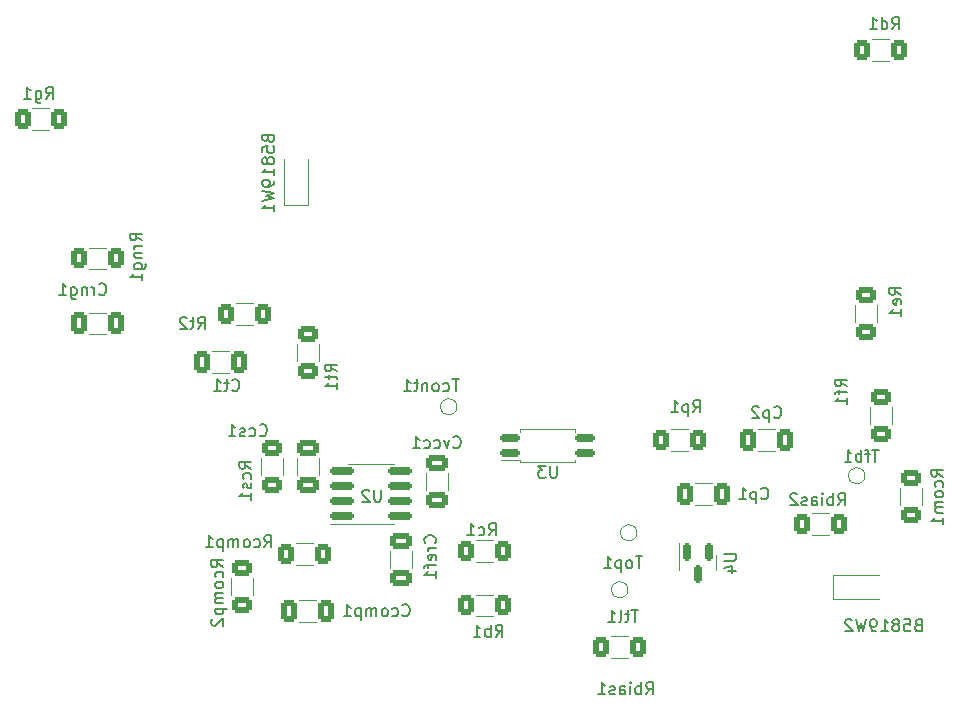
<source format=gbo>
G04 #@! TF.GenerationSoftware,KiCad,Pcbnew,(6.0.11)*
G04 #@! TF.CreationDate,2023-06-15T16:04:14+03:00*
G04 #@! TF.ProjectId,flyback_48V_48W,666c7962-6163-46b5-9f34-38565f343857,rev?*
G04 #@! TF.SameCoordinates,Original*
G04 #@! TF.FileFunction,Legend,Bot*
G04 #@! TF.FilePolarity,Positive*
%FSLAX46Y46*%
G04 Gerber Fmt 4.6, Leading zero omitted, Abs format (unit mm)*
G04 Created by KiCad (PCBNEW (6.0.11)) date 2023-06-15 16:04:14*
%MOMM*%
%LPD*%
G01*
G04 APERTURE LIST*
G04 Aperture macros list*
%AMRoundRect*
0 Rectangle with rounded corners*
0 $1 Rounding radius*
0 $2 $3 $4 $5 $6 $7 $8 $9 X,Y pos of 4 corners*
0 Add a 4 corners polygon primitive as box body*
4,1,4,$2,$3,$4,$5,$6,$7,$8,$9,$2,$3,0*
0 Add four circle primitives for the rounded corners*
1,1,$1+$1,$2,$3*
1,1,$1+$1,$4,$5*
1,1,$1+$1,$6,$7*
1,1,$1+$1,$8,$9*
0 Add four rect primitives between the rounded corners*
20,1,$1+$1,$2,$3,$4,$5,0*
20,1,$1+$1,$4,$5,$6,$7,0*
20,1,$1+$1,$6,$7,$8,$9,0*
20,1,$1+$1,$8,$9,$2,$3,0*%
G04 Aperture macros list end*
%ADD10C,0.150000*%
%ADD11C,0.120000*%
%ADD12R,2.000000X2.000000*%
%ADD13O,2.000000X2.000000*%
%ADD14C,7.500000*%
%ADD15C,4.700000*%
%ADD16O,3.048000X1.524000*%
%ADD17C,4.300000*%
%ADD18R,1.200000X1.200000*%
%ADD19C,1.200000*%
%ADD20C,2.000000*%
%ADD21C,1.000000*%
%ADD22RoundRect,0.250000X-0.400000X-0.625000X0.400000X-0.625000X0.400000X0.625000X-0.400000X0.625000X0*%
%ADD23RoundRect,0.250000X0.400000X0.625000X-0.400000X0.625000X-0.400000X-0.625000X0.400000X-0.625000X0*%
%ADD24RoundRect,0.250000X0.650000X-0.412500X0.650000X0.412500X-0.650000X0.412500X-0.650000X-0.412500X0*%
%ADD25RoundRect,0.250000X0.625000X-0.400000X0.625000X0.400000X-0.625000X0.400000X-0.625000X-0.400000X0*%
%ADD26RoundRect,0.150000X-0.825000X-0.150000X0.825000X-0.150000X0.825000X0.150000X-0.825000X0.150000X0*%
%ADD27RoundRect,0.150000X-0.662500X-0.150000X0.662500X-0.150000X0.662500X0.150000X-0.662500X0.150000X0*%
%ADD28RoundRect,0.250000X-0.650000X0.412500X-0.650000X-0.412500X0.650000X-0.412500X0.650000X0.412500X0*%
%ADD29RoundRect,0.250000X0.412500X0.650000X-0.412500X0.650000X-0.412500X-0.650000X0.412500X-0.650000X0*%
%ADD30RoundRect,0.250000X-0.625000X0.400000X-0.625000X-0.400000X0.625000X-0.400000X0.625000X0.400000X0*%
%ADD31R,1.200000X0.900000*%
%ADD32RoundRect,0.150000X-0.150000X0.587500X-0.150000X-0.587500X0.150000X-0.587500X0.150000X0.587500X0*%
%ADD33R,0.900000X1.200000*%
%ADD34RoundRect,0.250000X-0.412500X-0.650000X0.412500X-0.650000X0.412500X0.650000X-0.412500X0.650000X0*%
G04 APERTURE END LIST*
D10*
X158130666Y-89622380D02*
X157559238Y-89622380D01*
X157844952Y-90622380D02*
X157844952Y-89622380D01*
X157083047Y-90622380D02*
X157178285Y-90574761D01*
X157225904Y-90527142D01*
X157273523Y-90431904D01*
X157273523Y-90146190D01*
X157225904Y-90050952D01*
X157178285Y-90003333D01*
X157083047Y-89955714D01*
X156940190Y-89955714D01*
X156844952Y-90003333D01*
X156797333Y-90050952D01*
X156749714Y-90146190D01*
X156749714Y-90431904D01*
X156797333Y-90527142D01*
X156844952Y-90574761D01*
X156940190Y-90622380D01*
X157083047Y-90622380D01*
X156321142Y-89955714D02*
X156321142Y-90955714D01*
X156321142Y-90003333D02*
X156225904Y-89955714D01*
X156035428Y-89955714D01*
X155940190Y-90003333D01*
X155892571Y-90050952D01*
X155844952Y-90146190D01*
X155844952Y-90431904D01*
X155892571Y-90527142D01*
X155940190Y-90574761D01*
X156035428Y-90622380D01*
X156225904Y-90622380D01*
X156321142Y-90574761D01*
X154892571Y-90622380D02*
X155464000Y-90622380D01*
X155178285Y-90622380D02*
X155178285Y-89622380D01*
X155273523Y-89765238D01*
X155368761Y-89860476D01*
X155464000Y-89908095D01*
X115768380Y-62881047D02*
X115292190Y-62547714D01*
X115768380Y-62309619D02*
X114768380Y-62309619D01*
X114768380Y-62690571D01*
X114816000Y-62785809D01*
X114863619Y-62833428D01*
X114958857Y-62881047D01*
X115101714Y-62881047D01*
X115196952Y-62833428D01*
X115244571Y-62785809D01*
X115292190Y-62690571D01*
X115292190Y-62309619D01*
X115768380Y-63309619D02*
X115101714Y-63309619D01*
X115292190Y-63309619D02*
X115196952Y-63357238D01*
X115149333Y-63404857D01*
X115101714Y-63500095D01*
X115101714Y-63595333D01*
X115101714Y-63928666D02*
X115768380Y-63928666D01*
X115196952Y-63928666D02*
X115149333Y-63976285D01*
X115101714Y-64071523D01*
X115101714Y-64214380D01*
X115149333Y-64309619D01*
X115244571Y-64357238D01*
X115768380Y-64357238D01*
X115101714Y-65262000D02*
X115911238Y-65262000D01*
X116006476Y-65214380D01*
X116054095Y-65166761D01*
X116101714Y-65071523D01*
X116101714Y-64928666D01*
X116054095Y-64833428D01*
X115720761Y-65262000D02*
X115768380Y-65166761D01*
X115768380Y-64976285D01*
X115720761Y-64881047D01*
X115673142Y-64833428D01*
X115577904Y-64785809D01*
X115292190Y-64785809D01*
X115196952Y-64833428D01*
X115149333Y-64881047D01*
X115101714Y-64976285D01*
X115101714Y-65166761D01*
X115149333Y-65262000D01*
X115768380Y-66262000D02*
X115768380Y-65690571D01*
X115768380Y-65976285D02*
X114768380Y-65976285D01*
X114911238Y-65881047D01*
X115006476Y-65785809D01*
X115054095Y-65690571D01*
X107619047Y-50880380D02*
X107952380Y-50404190D01*
X108190476Y-50880380D02*
X108190476Y-49880380D01*
X107809523Y-49880380D01*
X107714285Y-49928000D01*
X107666666Y-49975619D01*
X107619047Y-50070857D01*
X107619047Y-50213714D01*
X107666666Y-50308952D01*
X107714285Y-50356571D01*
X107809523Y-50404190D01*
X108190476Y-50404190D01*
X106761904Y-50213714D02*
X106761904Y-51023238D01*
X106809523Y-51118476D01*
X106857142Y-51166095D01*
X106952380Y-51213714D01*
X107095238Y-51213714D01*
X107190476Y-51166095D01*
X106761904Y-50832761D02*
X106857142Y-50880380D01*
X107047619Y-50880380D01*
X107142857Y-50832761D01*
X107190476Y-50785142D01*
X107238095Y-50689904D01*
X107238095Y-50404190D01*
X107190476Y-50308952D01*
X107142857Y-50261333D01*
X107047619Y-50213714D01*
X106857142Y-50213714D01*
X106761904Y-50261333D01*
X105761904Y-50880380D02*
X106333333Y-50880380D01*
X106047619Y-50880380D02*
X106047619Y-49880380D01*
X106142857Y-50023238D01*
X106238095Y-50118476D01*
X106333333Y-50166095D01*
X125714000Y-79351142D02*
X125761619Y-79398761D01*
X125904476Y-79446380D01*
X125999714Y-79446380D01*
X126142571Y-79398761D01*
X126237809Y-79303523D01*
X126285428Y-79208285D01*
X126333047Y-79017809D01*
X126333047Y-78874952D01*
X126285428Y-78684476D01*
X126237809Y-78589238D01*
X126142571Y-78494000D01*
X125999714Y-78446380D01*
X125904476Y-78446380D01*
X125761619Y-78494000D01*
X125714000Y-78541619D01*
X124856857Y-79398761D02*
X124952095Y-79446380D01*
X125142571Y-79446380D01*
X125237809Y-79398761D01*
X125285428Y-79351142D01*
X125333047Y-79255904D01*
X125333047Y-78970190D01*
X125285428Y-78874952D01*
X125237809Y-78827333D01*
X125142571Y-78779714D01*
X124952095Y-78779714D01*
X124856857Y-78827333D01*
X124475904Y-79398761D02*
X124380666Y-79446380D01*
X124190190Y-79446380D01*
X124094952Y-79398761D01*
X124047333Y-79303523D01*
X124047333Y-79255904D01*
X124094952Y-79160666D01*
X124190190Y-79113047D01*
X124333047Y-79113047D01*
X124428285Y-79065428D01*
X124475904Y-78970190D01*
X124475904Y-78922571D01*
X124428285Y-78827333D01*
X124333047Y-78779714D01*
X124190190Y-78779714D01*
X124094952Y-78827333D01*
X123094952Y-79446380D02*
X123666380Y-79446380D01*
X123380666Y-79446380D02*
X123380666Y-78446380D01*
X123475904Y-78589238D01*
X123571142Y-78684476D01*
X123666380Y-78732095D01*
X122626380Y-90543333D02*
X122150190Y-90210000D01*
X122626380Y-89971904D02*
X121626380Y-89971904D01*
X121626380Y-90352857D01*
X121674000Y-90448095D01*
X121721619Y-90495714D01*
X121816857Y-90543333D01*
X121959714Y-90543333D01*
X122054952Y-90495714D01*
X122102571Y-90448095D01*
X122150190Y-90352857D01*
X122150190Y-89971904D01*
X122578761Y-91400476D02*
X122626380Y-91305238D01*
X122626380Y-91114761D01*
X122578761Y-91019523D01*
X122531142Y-90971904D01*
X122435904Y-90924285D01*
X122150190Y-90924285D01*
X122054952Y-90971904D01*
X122007333Y-91019523D01*
X121959714Y-91114761D01*
X121959714Y-91305238D01*
X122007333Y-91400476D01*
X122626380Y-91971904D02*
X122578761Y-91876666D01*
X122531142Y-91829047D01*
X122435904Y-91781428D01*
X122150190Y-91781428D01*
X122054952Y-91829047D01*
X122007333Y-91876666D01*
X121959714Y-91971904D01*
X121959714Y-92114761D01*
X122007333Y-92210000D01*
X122054952Y-92257619D01*
X122150190Y-92305238D01*
X122435904Y-92305238D01*
X122531142Y-92257619D01*
X122578761Y-92210000D01*
X122626380Y-92114761D01*
X122626380Y-91971904D01*
X122626380Y-92733809D02*
X121959714Y-92733809D01*
X122054952Y-92733809D02*
X122007333Y-92781428D01*
X121959714Y-92876666D01*
X121959714Y-93019523D01*
X122007333Y-93114761D01*
X122102571Y-93162380D01*
X122626380Y-93162380D01*
X122102571Y-93162380D02*
X122007333Y-93210000D01*
X121959714Y-93305238D01*
X121959714Y-93448095D01*
X122007333Y-93543333D01*
X122102571Y-93590952D01*
X122626380Y-93590952D01*
X121959714Y-94067142D02*
X122959714Y-94067142D01*
X122007333Y-94067142D02*
X121959714Y-94162380D01*
X121959714Y-94352857D01*
X122007333Y-94448095D01*
X122054952Y-94495714D01*
X122150190Y-94543333D01*
X122435904Y-94543333D01*
X122531142Y-94495714D01*
X122578761Y-94448095D01*
X122626380Y-94352857D01*
X122626380Y-94162380D01*
X122578761Y-94067142D01*
X121721619Y-94924285D02*
X121674000Y-94971904D01*
X121626380Y-95067142D01*
X121626380Y-95305238D01*
X121674000Y-95400476D01*
X121721619Y-95448095D01*
X121816857Y-95495714D01*
X121912095Y-95495714D01*
X122054952Y-95448095D01*
X122626380Y-94876666D01*
X122626380Y-95495714D01*
X135989904Y-83980380D02*
X135989904Y-84789904D01*
X135942285Y-84885142D01*
X135894666Y-84932761D01*
X135799428Y-84980380D01*
X135608952Y-84980380D01*
X135513714Y-84932761D01*
X135466095Y-84885142D01*
X135418476Y-84789904D01*
X135418476Y-83980380D01*
X134989904Y-84075619D02*
X134942285Y-84028000D01*
X134847047Y-83980380D01*
X134608952Y-83980380D01*
X134513714Y-84028000D01*
X134466095Y-84075619D01*
X134418476Y-84170857D01*
X134418476Y-84266095D01*
X134466095Y-84408952D01*
X135037523Y-84980380D01*
X134418476Y-84980380D01*
X150875904Y-81966380D02*
X150875904Y-82775904D01*
X150828285Y-82871142D01*
X150780666Y-82918761D01*
X150685428Y-82966380D01*
X150494952Y-82966380D01*
X150399714Y-82918761D01*
X150352095Y-82871142D01*
X150304476Y-82775904D01*
X150304476Y-81966380D01*
X149923523Y-81966380D02*
X149304476Y-81966380D01*
X149637809Y-82347333D01*
X149494952Y-82347333D01*
X149399714Y-82394952D01*
X149352095Y-82442571D01*
X149304476Y-82537809D01*
X149304476Y-82775904D01*
X149352095Y-82871142D01*
X149399714Y-82918761D01*
X149494952Y-82966380D01*
X149780666Y-82966380D01*
X149875904Y-82918761D01*
X149923523Y-82871142D01*
X140565142Y-88471523D02*
X140612761Y-88423904D01*
X140660380Y-88281047D01*
X140660380Y-88185809D01*
X140612761Y-88042952D01*
X140517523Y-87947714D01*
X140422285Y-87900095D01*
X140231809Y-87852476D01*
X140088952Y-87852476D01*
X139898476Y-87900095D01*
X139803238Y-87947714D01*
X139708000Y-88042952D01*
X139660380Y-88185809D01*
X139660380Y-88281047D01*
X139708000Y-88423904D01*
X139755619Y-88471523D01*
X140660380Y-88900095D02*
X139993714Y-88900095D01*
X140184190Y-88900095D02*
X140088952Y-88947714D01*
X140041333Y-88995333D01*
X139993714Y-89090571D01*
X139993714Y-89185809D01*
X140612761Y-89900095D02*
X140660380Y-89804857D01*
X140660380Y-89614380D01*
X140612761Y-89519142D01*
X140517523Y-89471523D01*
X140136571Y-89471523D01*
X140041333Y-89519142D01*
X139993714Y-89614380D01*
X139993714Y-89804857D01*
X140041333Y-89900095D01*
X140136571Y-89947714D01*
X140231809Y-89947714D01*
X140327047Y-89471523D01*
X139993714Y-90233428D02*
X139993714Y-90614380D01*
X140660380Y-90376285D02*
X139803238Y-90376285D01*
X139708000Y-90423904D01*
X139660380Y-90519142D01*
X139660380Y-90614380D01*
X140660380Y-91471523D02*
X140660380Y-90900095D01*
X140660380Y-91185809D02*
X139660380Y-91185809D01*
X139803238Y-91090571D01*
X139898476Y-90995333D01*
X139946095Y-90900095D01*
X112124952Y-67413142D02*
X112172571Y-67460761D01*
X112315428Y-67508380D01*
X112410666Y-67508380D01*
X112553523Y-67460761D01*
X112648761Y-67365523D01*
X112696380Y-67270285D01*
X112744000Y-67079809D01*
X112744000Y-66936952D01*
X112696380Y-66746476D01*
X112648761Y-66651238D01*
X112553523Y-66556000D01*
X112410666Y-66508380D01*
X112315428Y-66508380D01*
X112172571Y-66556000D01*
X112124952Y-66603619D01*
X111696380Y-67508380D02*
X111696380Y-66841714D01*
X111696380Y-67032190D02*
X111648761Y-66936952D01*
X111601142Y-66889333D01*
X111505904Y-66841714D01*
X111410666Y-66841714D01*
X111077333Y-66841714D02*
X111077333Y-67508380D01*
X111077333Y-66936952D02*
X111029714Y-66889333D01*
X110934476Y-66841714D01*
X110791619Y-66841714D01*
X110696380Y-66889333D01*
X110648761Y-66984571D01*
X110648761Y-67508380D01*
X109744000Y-66841714D02*
X109744000Y-67651238D01*
X109791619Y-67746476D01*
X109839238Y-67794095D01*
X109934476Y-67841714D01*
X110077333Y-67841714D01*
X110172571Y-67794095D01*
X109744000Y-67460761D02*
X109839238Y-67508380D01*
X110029714Y-67508380D01*
X110124952Y-67460761D01*
X110172571Y-67413142D01*
X110220190Y-67317904D01*
X110220190Y-67032190D01*
X110172571Y-66936952D01*
X110124952Y-66889333D01*
X110029714Y-66841714D01*
X109839238Y-66841714D01*
X109744000Y-66889333D01*
X108744000Y-67508380D02*
X109315428Y-67508380D01*
X109029714Y-67508380D02*
X109029714Y-66508380D01*
X109124952Y-66651238D01*
X109220190Y-66746476D01*
X109315428Y-66794095D01*
X168175047Y-84713142D02*
X168222666Y-84760761D01*
X168365523Y-84808380D01*
X168460761Y-84808380D01*
X168603619Y-84760761D01*
X168698857Y-84665523D01*
X168746476Y-84570285D01*
X168794095Y-84379809D01*
X168794095Y-84236952D01*
X168746476Y-84046476D01*
X168698857Y-83951238D01*
X168603619Y-83856000D01*
X168460761Y-83808380D01*
X168365523Y-83808380D01*
X168222666Y-83856000D01*
X168175047Y-83903619D01*
X167746476Y-84141714D02*
X167746476Y-85141714D01*
X167746476Y-84189333D02*
X167651238Y-84141714D01*
X167460761Y-84141714D01*
X167365523Y-84189333D01*
X167317904Y-84236952D01*
X167270285Y-84332190D01*
X167270285Y-84617904D01*
X167317904Y-84713142D01*
X167365523Y-84760761D01*
X167460761Y-84808380D01*
X167651238Y-84808380D01*
X167746476Y-84760761D01*
X166317904Y-84808380D02*
X166889333Y-84808380D01*
X166603619Y-84808380D02*
X166603619Y-83808380D01*
X166698857Y-83951238D01*
X166794095Y-84046476D01*
X166889333Y-84094095D01*
X123388380Y-75541142D02*
X123436000Y-75588761D01*
X123578857Y-75636380D01*
X123674095Y-75636380D01*
X123816952Y-75588761D01*
X123912190Y-75493523D01*
X123959809Y-75398285D01*
X124007428Y-75207809D01*
X124007428Y-75064952D01*
X123959809Y-74874476D01*
X123912190Y-74779238D01*
X123816952Y-74684000D01*
X123674095Y-74636380D01*
X123578857Y-74636380D01*
X123436000Y-74684000D01*
X123388380Y-74731619D01*
X123102666Y-74969714D02*
X122721714Y-74969714D01*
X122959809Y-74636380D02*
X122959809Y-75493523D01*
X122912190Y-75588761D01*
X122816952Y-75636380D01*
X122721714Y-75636380D01*
X121864571Y-75636380D02*
X122436000Y-75636380D01*
X122150285Y-75636380D02*
X122150285Y-74636380D01*
X122245523Y-74779238D01*
X122340761Y-74874476D01*
X122436000Y-74922095D01*
X180030380Y-67476761D02*
X179554190Y-67143428D01*
X180030380Y-66905333D02*
X179030380Y-66905333D01*
X179030380Y-67286285D01*
X179078000Y-67381523D01*
X179125619Y-67429142D01*
X179220857Y-67476761D01*
X179363714Y-67476761D01*
X179458952Y-67429142D01*
X179506571Y-67381523D01*
X179554190Y-67286285D01*
X179554190Y-66905333D01*
X179982761Y-68286285D02*
X180030380Y-68191047D01*
X180030380Y-68000571D01*
X179982761Y-67905333D01*
X179887523Y-67857714D01*
X179506571Y-67857714D01*
X179411333Y-67905333D01*
X179363714Y-68000571D01*
X179363714Y-68191047D01*
X179411333Y-68286285D01*
X179506571Y-68333904D01*
X179601809Y-68333904D01*
X179697047Y-67857714D01*
X180030380Y-69286285D02*
X180030380Y-68714857D01*
X180030380Y-69000571D02*
X179030380Y-69000571D01*
X179173238Y-68905333D01*
X179268476Y-68810095D01*
X179316095Y-68714857D01*
X175458380Y-75239619D02*
X174982190Y-74906285D01*
X175458380Y-74668190D02*
X174458380Y-74668190D01*
X174458380Y-75049142D01*
X174506000Y-75144380D01*
X174553619Y-75192000D01*
X174648857Y-75239619D01*
X174791714Y-75239619D01*
X174886952Y-75192000D01*
X174934571Y-75144380D01*
X174982190Y-75049142D01*
X174982190Y-74668190D01*
X174791714Y-75525333D02*
X174791714Y-75906285D01*
X175458380Y-75668190D02*
X174601238Y-75668190D01*
X174506000Y-75715809D01*
X174458380Y-75811047D01*
X174458380Y-75906285D01*
X175458380Y-76763428D02*
X175458380Y-76192000D01*
X175458380Y-76477714D02*
X174458380Y-76477714D01*
X174601238Y-76382476D01*
X174696476Y-76287238D01*
X174744095Y-76192000D01*
X132278380Y-73969619D02*
X131802190Y-73636285D01*
X132278380Y-73398190D02*
X131278380Y-73398190D01*
X131278380Y-73779142D01*
X131326000Y-73874380D01*
X131373619Y-73922000D01*
X131468857Y-73969619D01*
X131611714Y-73969619D01*
X131706952Y-73922000D01*
X131754571Y-73874380D01*
X131802190Y-73779142D01*
X131802190Y-73398190D01*
X131611714Y-74255333D02*
X131611714Y-74636285D01*
X131278380Y-74398190D02*
X132135523Y-74398190D01*
X132230761Y-74445809D01*
X132278380Y-74541047D01*
X132278380Y-74636285D01*
X132278380Y-75493428D02*
X132278380Y-74922000D01*
X132278380Y-75207714D02*
X131278380Y-75207714D01*
X131421238Y-75112476D01*
X131516476Y-75017238D01*
X131564095Y-74922000D01*
X126420571Y-54269047D02*
X126468190Y-54411904D01*
X126515809Y-54459523D01*
X126611047Y-54507142D01*
X126753904Y-54507142D01*
X126849142Y-54459523D01*
X126896761Y-54411904D01*
X126944380Y-54316666D01*
X126944380Y-53935714D01*
X125944380Y-53935714D01*
X125944380Y-54269047D01*
X125992000Y-54364285D01*
X126039619Y-54411904D01*
X126134857Y-54459523D01*
X126230095Y-54459523D01*
X126325333Y-54411904D01*
X126372952Y-54364285D01*
X126420571Y-54269047D01*
X126420571Y-53935714D01*
X125944380Y-55411904D02*
X125944380Y-54935714D01*
X126420571Y-54888095D01*
X126372952Y-54935714D01*
X126325333Y-55030952D01*
X126325333Y-55269047D01*
X126372952Y-55364285D01*
X126420571Y-55411904D01*
X126515809Y-55459523D01*
X126753904Y-55459523D01*
X126849142Y-55411904D01*
X126896761Y-55364285D01*
X126944380Y-55269047D01*
X126944380Y-55030952D01*
X126896761Y-54935714D01*
X126849142Y-54888095D01*
X126372952Y-56030952D02*
X126325333Y-55935714D01*
X126277714Y-55888095D01*
X126182476Y-55840476D01*
X126134857Y-55840476D01*
X126039619Y-55888095D01*
X125992000Y-55935714D01*
X125944380Y-56030952D01*
X125944380Y-56221428D01*
X125992000Y-56316666D01*
X126039619Y-56364285D01*
X126134857Y-56411904D01*
X126182476Y-56411904D01*
X126277714Y-56364285D01*
X126325333Y-56316666D01*
X126372952Y-56221428D01*
X126372952Y-56030952D01*
X126420571Y-55935714D01*
X126468190Y-55888095D01*
X126563428Y-55840476D01*
X126753904Y-55840476D01*
X126849142Y-55888095D01*
X126896761Y-55935714D01*
X126944380Y-56030952D01*
X126944380Y-56221428D01*
X126896761Y-56316666D01*
X126849142Y-56364285D01*
X126753904Y-56411904D01*
X126563428Y-56411904D01*
X126468190Y-56364285D01*
X126420571Y-56316666D01*
X126372952Y-56221428D01*
X126944380Y-57364285D02*
X126944380Y-56792857D01*
X126944380Y-57078571D02*
X125944380Y-57078571D01*
X126087238Y-56983333D01*
X126182476Y-56888095D01*
X126230095Y-56792857D01*
X126944380Y-57840476D02*
X126944380Y-58030952D01*
X126896761Y-58126190D01*
X126849142Y-58173809D01*
X126706285Y-58269047D01*
X126515809Y-58316666D01*
X126134857Y-58316666D01*
X126039619Y-58269047D01*
X125992000Y-58221428D01*
X125944380Y-58126190D01*
X125944380Y-57935714D01*
X125992000Y-57840476D01*
X126039619Y-57792857D01*
X126134857Y-57745238D01*
X126372952Y-57745238D01*
X126468190Y-57792857D01*
X126515809Y-57840476D01*
X126563428Y-57935714D01*
X126563428Y-58126190D01*
X126515809Y-58221428D01*
X126468190Y-58269047D01*
X126372952Y-58316666D01*
X125944380Y-58650000D02*
X126944380Y-58888095D01*
X126230095Y-59078571D01*
X126944380Y-59269047D01*
X125944380Y-59507142D01*
X126944380Y-60411904D02*
X126944380Y-59840476D01*
X126944380Y-60126190D02*
X125944380Y-60126190D01*
X126087238Y-60030952D01*
X126182476Y-59935714D01*
X126230095Y-59840476D01*
X169275047Y-77827142D02*
X169322666Y-77874761D01*
X169465523Y-77922380D01*
X169560761Y-77922380D01*
X169703619Y-77874761D01*
X169798857Y-77779523D01*
X169846476Y-77684285D01*
X169894095Y-77493809D01*
X169894095Y-77350952D01*
X169846476Y-77160476D01*
X169798857Y-77065238D01*
X169703619Y-76970000D01*
X169560761Y-76922380D01*
X169465523Y-76922380D01*
X169322666Y-76970000D01*
X169275047Y-77017619D01*
X168846476Y-77255714D02*
X168846476Y-78255714D01*
X168846476Y-77303333D02*
X168751238Y-77255714D01*
X168560761Y-77255714D01*
X168465523Y-77303333D01*
X168417904Y-77350952D01*
X168370285Y-77446190D01*
X168370285Y-77731904D01*
X168417904Y-77827142D01*
X168465523Y-77874761D01*
X168560761Y-77922380D01*
X168751238Y-77922380D01*
X168846476Y-77874761D01*
X167989333Y-77017619D02*
X167941714Y-76970000D01*
X167846476Y-76922380D01*
X167608380Y-76922380D01*
X167513142Y-76970000D01*
X167465523Y-77017619D01*
X167417904Y-77112857D01*
X167417904Y-77208095D01*
X167465523Y-77350952D01*
X168036952Y-77922380D01*
X167417904Y-77922380D01*
X126118666Y-88844380D02*
X126452000Y-88368190D01*
X126690095Y-88844380D02*
X126690095Y-87844380D01*
X126309142Y-87844380D01*
X126213904Y-87892000D01*
X126166285Y-87939619D01*
X126118666Y-88034857D01*
X126118666Y-88177714D01*
X126166285Y-88272952D01*
X126213904Y-88320571D01*
X126309142Y-88368190D01*
X126690095Y-88368190D01*
X125261523Y-88796761D02*
X125356761Y-88844380D01*
X125547238Y-88844380D01*
X125642476Y-88796761D01*
X125690095Y-88749142D01*
X125737714Y-88653904D01*
X125737714Y-88368190D01*
X125690095Y-88272952D01*
X125642476Y-88225333D01*
X125547238Y-88177714D01*
X125356761Y-88177714D01*
X125261523Y-88225333D01*
X124690095Y-88844380D02*
X124785333Y-88796761D01*
X124832952Y-88749142D01*
X124880571Y-88653904D01*
X124880571Y-88368190D01*
X124832952Y-88272952D01*
X124785333Y-88225333D01*
X124690095Y-88177714D01*
X124547238Y-88177714D01*
X124452000Y-88225333D01*
X124404380Y-88272952D01*
X124356761Y-88368190D01*
X124356761Y-88653904D01*
X124404380Y-88749142D01*
X124452000Y-88796761D01*
X124547238Y-88844380D01*
X124690095Y-88844380D01*
X123928190Y-88844380D02*
X123928190Y-88177714D01*
X123928190Y-88272952D02*
X123880571Y-88225333D01*
X123785333Y-88177714D01*
X123642476Y-88177714D01*
X123547238Y-88225333D01*
X123499619Y-88320571D01*
X123499619Y-88844380D01*
X123499619Y-88320571D02*
X123452000Y-88225333D01*
X123356761Y-88177714D01*
X123213904Y-88177714D01*
X123118666Y-88225333D01*
X123071047Y-88320571D01*
X123071047Y-88844380D01*
X122594857Y-88177714D02*
X122594857Y-89177714D01*
X122594857Y-88225333D02*
X122499619Y-88177714D01*
X122309142Y-88177714D01*
X122213904Y-88225333D01*
X122166285Y-88272952D01*
X122118666Y-88368190D01*
X122118666Y-88653904D01*
X122166285Y-88749142D01*
X122213904Y-88796761D01*
X122309142Y-88844380D01*
X122499619Y-88844380D01*
X122594857Y-88796761D01*
X121166285Y-88844380D02*
X121737714Y-88844380D01*
X121452000Y-88844380D02*
X121452000Y-87844380D01*
X121547238Y-87987238D01*
X121642476Y-88082476D01*
X121737714Y-88130095D01*
X174688285Y-85288380D02*
X175021619Y-84812190D01*
X175259714Y-85288380D02*
X175259714Y-84288380D01*
X174878761Y-84288380D01*
X174783523Y-84336000D01*
X174735904Y-84383619D01*
X174688285Y-84478857D01*
X174688285Y-84621714D01*
X174735904Y-84716952D01*
X174783523Y-84764571D01*
X174878761Y-84812190D01*
X175259714Y-84812190D01*
X174259714Y-85288380D02*
X174259714Y-84288380D01*
X174259714Y-84669333D02*
X174164476Y-84621714D01*
X173974000Y-84621714D01*
X173878761Y-84669333D01*
X173831142Y-84716952D01*
X173783523Y-84812190D01*
X173783523Y-85097904D01*
X173831142Y-85193142D01*
X173878761Y-85240761D01*
X173974000Y-85288380D01*
X174164476Y-85288380D01*
X174259714Y-85240761D01*
X173354952Y-85288380D02*
X173354952Y-84621714D01*
X173354952Y-84288380D02*
X173402571Y-84336000D01*
X173354952Y-84383619D01*
X173307333Y-84336000D01*
X173354952Y-84288380D01*
X173354952Y-84383619D01*
X172450190Y-85288380D02*
X172450190Y-84764571D01*
X172497809Y-84669333D01*
X172593047Y-84621714D01*
X172783523Y-84621714D01*
X172878761Y-84669333D01*
X172450190Y-85240761D02*
X172545428Y-85288380D01*
X172783523Y-85288380D01*
X172878761Y-85240761D01*
X172926380Y-85145523D01*
X172926380Y-85050285D01*
X172878761Y-84955047D01*
X172783523Y-84907428D01*
X172545428Y-84907428D01*
X172450190Y-84859809D01*
X172021619Y-85240761D02*
X171926380Y-85288380D01*
X171735904Y-85288380D01*
X171640666Y-85240761D01*
X171593047Y-85145523D01*
X171593047Y-85097904D01*
X171640666Y-85002666D01*
X171735904Y-84955047D01*
X171878761Y-84955047D01*
X171974000Y-84907428D01*
X172021619Y-84812190D01*
X172021619Y-84764571D01*
X171974000Y-84669333D01*
X171878761Y-84621714D01*
X171735904Y-84621714D01*
X171640666Y-84669333D01*
X171212095Y-84383619D02*
X171164476Y-84336000D01*
X171069238Y-84288380D01*
X170831142Y-84288380D01*
X170735904Y-84336000D01*
X170688285Y-84383619D01*
X170640666Y-84478857D01*
X170640666Y-84574095D01*
X170688285Y-84716952D01*
X171259714Y-85288380D01*
X170640666Y-85288380D01*
X120480380Y-70368380D02*
X120813714Y-69892190D01*
X121051809Y-70368380D02*
X121051809Y-69368380D01*
X120670857Y-69368380D01*
X120575619Y-69416000D01*
X120528000Y-69463619D01*
X120480380Y-69558857D01*
X120480380Y-69701714D01*
X120528000Y-69796952D01*
X120575619Y-69844571D01*
X120670857Y-69892190D01*
X121051809Y-69892190D01*
X120194666Y-69701714D02*
X119813714Y-69701714D01*
X120051809Y-69368380D02*
X120051809Y-70225523D01*
X120004190Y-70320761D01*
X119908952Y-70368380D01*
X119813714Y-70368380D01*
X119528000Y-69463619D02*
X119480380Y-69416000D01*
X119385142Y-69368380D01*
X119147047Y-69368380D01*
X119051809Y-69416000D01*
X119004190Y-69463619D01*
X118956571Y-69558857D01*
X118956571Y-69654095D01*
X119004190Y-69796952D01*
X119575619Y-70368380D01*
X118956571Y-70368380D01*
X165060380Y-89408095D02*
X165869904Y-89408095D01*
X165965142Y-89455714D01*
X166012761Y-89503333D01*
X166060380Y-89598571D01*
X166060380Y-89789047D01*
X166012761Y-89884285D01*
X165965142Y-89931904D01*
X165869904Y-89979523D01*
X165060380Y-89979523D01*
X165393714Y-90884285D02*
X166060380Y-90884285D01*
X165012761Y-90646190D02*
X165727047Y-90408095D01*
X165727047Y-91027142D01*
X145121238Y-87828380D02*
X145454571Y-87352190D01*
X145692666Y-87828380D02*
X145692666Y-86828380D01*
X145311714Y-86828380D01*
X145216476Y-86876000D01*
X145168857Y-86923619D01*
X145121238Y-87018857D01*
X145121238Y-87161714D01*
X145168857Y-87256952D01*
X145216476Y-87304571D01*
X145311714Y-87352190D01*
X145692666Y-87352190D01*
X144264095Y-87780761D02*
X144359333Y-87828380D01*
X144549809Y-87828380D01*
X144645047Y-87780761D01*
X144692666Y-87733142D01*
X144740285Y-87637904D01*
X144740285Y-87352190D01*
X144692666Y-87256952D01*
X144645047Y-87209333D01*
X144549809Y-87161714D01*
X144359333Y-87161714D01*
X144264095Y-87209333D01*
X143311714Y-87828380D02*
X143883142Y-87828380D01*
X143597428Y-87828380D02*
X143597428Y-86828380D01*
X143692666Y-86971238D01*
X143787904Y-87066476D01*
X143883142Y-87114095D01*
X158432285Y-101290380D02*
X158765619Y-100814190D01*
X159003714Y-101290380D02*
X159003714Y-100290380D01*
X158622761Y-100290380D01*
X158527523Y-100338000D01*
X158479904Y-100385619D01*
X158432285Y-100480857D01*
X158432285Y-100623714D01*
X158479904Y-100718952D01*
X158527523Y-100766571D01*
X158622761Y-100814190D01*
X159003714Y-100814190D01*
X158003714Y-101290380D02*
X158003714Y-100290380D01*
X158003714Y-100671333D02*
X157908476Y-100623714D01*
X157718000Y-100623714D01*
X157622761Y-100671333D01*
X157575142Y-100718952D01*
X157527523Y-100814190D01*
X157527523Y-101099904D01*
X157575142Y-101195142D01*
X157622761Y-101242761D01*
X157718000Y-101290380D01*
X157908476Y-101290380D01*
X158003714Y-101242761D01*
X157098952Y-101290380D02*
X157098952Y-100623714D01*
X157098952Y-100290380D02*
X157146571Y-100338000D01*
X157098952Y-100385619D01*
X157051333Y-100338000D01*
X157098952Y-100290380D01*
X157098952Y-100385619D01*
X156194190Y-101290380D02*
X156194190Y-100766571D01*
X156241809Y-100671333D01*
X156337047Y-100623714D01*
X156527523Y-100623714D01*
X156622761Y-100671333D01*
X156194190Y-101242761D02*
X156289428Y-101290380D01*
X156527523Y-101290380D01*
X156622761Y-101242761D01*
X156670380Y-101147523D01*
X156670380Y-101052285D01*
X156622761Y-100957047D01*
X156527523Y-100909428D01*
X156289428Y-100909428D01*
X156194190Y-100861809D01*
X155765619Y-101242761D02*
X155670380Y-101290380D01*
X155479904Y-101290380D01*
X155384666Y-101242761D01*
X155337047Y-101147523D01*
X155337047Y-101099904D01*
X155384666Y-101004666D01*
X155479904Y-100957047D01*
X155622761Y-100957047D01*
X155718000Y-100909428D01*
X155765619Y-100814190D01*
X155765619Y-100766571D01*
X155718000Y-100671333D01*
X155622761Y-100623714D01*
X155479904Y-100623714D01*
X155384666Y-100671333D01*
X154384666Y-101290380D02*
X154956095Y-101290380D01*
X154670380Y-101290380D02*
X154670380Y-100290380D01*
X154765619Y-100433238D01*
X154860857Y-100528476D01*
X154956095Y-100576095D01*
X142588952Y-74636380D02*
X142017523Y-74636380D01*
X142303238Y-75636380D02*
X142303238Y-74636380D01*
X141255619Y-75588761D02*
X141350857Y-75636380D01*
X141541333Y-75636380D01*
X141636571Y-75588761D01*
X141684190Y-75541142D01*
X141731809Y-75445904D01*
X141731809Y-75160190D01*
X141684190Y-75064952D01*
X141636571Y-75017333D01*
X141541333Y-74969714D01*
X141350857Y-74969714D01*
X141255619Y-75017333D01*
X140684190Y-75636380D02*
X140779428Y-75588761D01*
X140827047Y-75541142D01*
X140874666Y-75445904D01*
X140874666Y-75160190D01*
X140827047Y-75064952D01*
X140779428Y-75017333D01*
X140684190Y-74969714D01*
X140541333Y-74969714D01*
X140446095Y-75017333D01*
X140398476Y-75064952D01*
X140350857Y-75160190D01*
X140350857Y-75445904D01*
X140398476Y-75541142D01*
X140446095Y-75588761D01*
X140541333Y-75636380D01*
X140684190Y-75636380D01*
X139922285Y-74969714D02*
X139922285Y-75636380D01*
X139922285Y-75064952D02*
X139874666Y-75017333D01*
X139779428Y-74969714D01*
X139636571Y-74969714D01*
X139541333Y-75017333D01*
X139493714Y-75112571D01*
X139493714Y-75636380D01*
X139160380Y-74969714D02*
X138779428Y-74969714D01*
X139017523Y-74636380D02*
X139017523Y-75493523D01*
X138969904Y-75588761D01*
X138874666Y-75636380D01*
X138779428Y-75636380D01*
X137922285Y-75636380D02*
X138493714Y-75636380D01*
X138208000Y-75636380D02*
X138208000Y-74636380D01*
X138303238Y-74779238D01*
X138398476Y-74874476D01*
X138493714Y-74922095D01*
X178146000Y-80602380D02*
X177574571Y-80602380D01*
X177860285Y-81602380D02*
X177860285Y-80602380D01*
X177384095Y-80935714D02*
X177003142Y-80935714D01*
X177241238Y-81602380D02*
X177241238Y-80745238D01*
X177193619Y-80650000D01*
X177098380Y-80602380D01*
X177003142Y-80602380D01*
X176669809Y-81602380D02*
X176669809Y-80602380D01*
X176669809Y-80983333D02*
X176574571Y-80935714D01*
X176384095Y-80935714D01*
X176288857Y-80983333D01*
X176241238Y-81030952D01*
X176193619Y-81126190D01*
X176193619Y-81411904D01*
X176241238Y-81507142D01*
X176288857Y-81554761D01*
X176384095Y-81602380D01*
X176574571Y-81602380D01*
X176669809Y-81554761D01*
X175241238Y-81602380D02*
X175812666Y-81602380D01*
X175526952Y-81602380D02*
X175526952Y-80602380D01*
X175622190Y-80745238D01*
X175717428Y-80840476D01*
X175812666Y-80888095D01*
X145699047Y-96422380D02*
X146032380Y-95946190D01*
X146270476Y-96422380D02*
X146270476Y-95422380D01*
X145889523Y-95422380D01*
X145794285Y-95470000D01*
X145746666Y-95517619D01*
X145699047Y-95612857D01*
X145699047Y-95755714D01*
X145746666Y-95850952D01*
X145794285Y-95898571D01*
X145889523Y-95946190D01*
X146270476Y-95946190D01*
X145270476Y-96422380D02*
X145270476Y-95422380D01*
X145270476Y-95803333D02*
X145175238Y-95755714D01*
X144984761Y-95755714D01*
X144889523Y-95803333D01*
X144841904Y-95850952D01*
X144794285Y-95946190D01*
X144794285Y-96231904D01*
X144841904Y-96327142D01*
X144889523Y-96374761D01*
X144984761Y-96422380D01*
X145175238Y-96422380D01*
X145270476Y-96374761D01*
X143841904Y-96422380D02*
X144413333Y-96422380D01*
X144127619Y-96422380D02*
X144127619Y-95422380D01*
X144222857Y-95565238D01*
X144318095Y-95660476D01*
X144413333Y-95708095D01*
X181442952Y-95432571D02*
X181300095Y-95480190D01*
X181252476Y-95527809D01*
X181204857Y-95623047D01*
X181204857Y-95765904D01*
X181252476Y-95861142D01*
X181300095Y-95908761D01*
X181395333Y-95956380D01*
X181776285Y-95956380D01*
X181776285Y-94956380D01*
X181442952Y-94956380D01*
X181347714Y-95004000D01*
X181300095Y-95051619D01*
X181252476Y-95146857D01*
X181252476Y-95242095D01*
X181300095Y-95337333D01*
X181347714Y-95384952D01*
X181442952Y-95432571D01*
X181776285Y-95432571D01*
X180300095Y-94956380D02*
X180776285Y-94956380D01*
X180823904Y-95432571D01*
X180776285Y-95384952D01*
X180681047Y-95337333D01*
X180442952Y-95337333D01*
X180347714Y-95384952D01*
X180300095Y-95432571D01*
X180252476Y-95527809D01*
X180252476Y-95765904D01*
X180300095Y-95861142D01*
X180347714Y-95908761D01*
X180442952Y-95956380D01*
X180681047Y-95956380D01*
X180776285Y-95908761D01*
X180823904Y-95861142D01*
X179681047Y-95384952D02*
X179776285Y-95337333D01*
X179823904Y-95289714D01*
X179871523Y-95194476D01*
X179871523Y-95146857D01*
X179823904Y-95051619D01*
X179776285Y-95004000D01*
X179681047Y-94956380D01*
X179490571Y-94956380D01*
X179395333Y-95004000D01*
X179347714Y-95051619D01*
X179300095Y-95146857D01*
X179300095Y-95194476D01*
X179347714Y-95289714D01*
X179395333Y-95337333D01*
X179490571Y-95384952D01*
X179681047Y-95384952D01*
X179776285Y-95432571D01*
X179823904Y-95480190D01*
X179871523Y-95575428D01*
X179871523Y-95765904D01*
X179823904Y-95861142D01*
X179776285Y-95908761D01*
X179681047Y-95956380D01*
X179490571Y-95956380D01*
X179395333Y-95908761D01*
X179347714Y-95861142D01*
X179300095Y-95765904D01*
X179300095Y-95575428D01*
X179347714Y-95480190D01*
X179395333Y-95432571D01*
X179490571Y-95384952D01*
X178347714Y-95956380D02*
X178919142Y-95956380D01*
X178633428Y-95956380D02*
X178633428Y-94956380D01*
X178728666Y-95099238D01*
X178823904Y-95194476D01*
X178919142Y-95242095D01*
X177871523Y-95956380D02*
X177681047Y-95956380D01*
X177585809Y-95908761D01*
X177538190Y-95861142D01*
X177442952Y-95718285D01*
X177395333Y-95527809D01*
X177395333Y-95146857D01*
X177442952Y-95051619D01*
X177490571Y-95004000D01*
X177585809Y-94956380D01*
X177776285Y-94956380D01*
X177871523Y-95004000D01*
X177919142Y-95051619D01*
X177966761Y-95146857D01*
X177966761Y-95384952D01*
X177919142Y-95480190D01*
X177871523Y-95527809D01*
X177776285Y-95575428D01*
X177585809Y-95575428D01*
X177490571Y-95527809D01*
X177442952Y-95480190D01*
X177395333Y-95384952D01*
X177062000Y-94956380D02*
X176823904Y-95956380D01*
X176633428Y-95242095D01*
X176442952Y-95956380D01*
X176204857Y-94956380D01*
X175871523Y-95051619D02*
X175823904Y-95004000D01*
X175728666Y-94956380D01*
X175490571Y-94956380D01*
X175395333Y-95004000D01*
X175347714Y-95051619D01*
X175300095Y-95146857D01*
X175300095Y-95242095D01*
X175347714Y-95384952D01*
X175919142Y-95956380D01*
X175300095Y-95956380D01*
X137802666Y-94591142D02*
X137850285Y-94638761D01*
X137993142Y-94686380D01*
X138088380Y-94686380D01*
X138231238Y-94638761D01*
X138326476Y-94543523D01*
X138374095Y-94448285D01*
X138421714Y-94257809D01*
X138421714Y-94114952D01*
X138374095Y-93924476D01*
X138326476Y-93829238D01*
X138231238Y-93734000D01*
X138088380Y-93686380D01*
X137993142Y-93686380D01*
X137850285Y-93734000D01*
X137802666Y-93781619D01*
X136945523Y-94638761D02*
X137040761Y-94686380D01*
X137231238Y-94686380D01*
X137326476Y-94638761D01*
X137374095Y-94591142D01*
X137421714Y-94495904D01*
X137421714Y-94210190D01*
X137374095Y-94114952D01*
X137326476Y-94067333D01*
X137231238Y-94019714D01*
X137040761Y-94019714D01*
X136945523Y-94067333D01*
X136374095Y-94686380D02*
X136469333Y-94638761D01*
X136516952Y-94591142D01*
X136564571Y-94495904D01*
X136564571Y-94210190D01*
X136516952Y-94114952D01*
X136469333Y-94067333D01*
X136374095Y-94019714D01*
X136231238Y-94019714D01*
X136136000Y-94067333D01*
X136088380Y-94114952D01*
X136040761Y-94210190D01*
X136040761Y-94495904D01*
X136088380Y-94591142D01*
X136136000Y-94638761D01*
X136231238Y-94686380D01*
X136374095Y-94686380D01*
X135612190Y-94686380D02*
X135612190Y-94019714D01*
X135612190Y-94114952D02*
X135564571Y-94067333D01*
X135469333Y-94019714D01*
X135326476Y-94019714D01*
X135231238Y-94067333D01*
X135183619Y-94162571D01*
X135183619Y-94686380D01*
X135183619Y-94162571D02*
X135136000Y-94067333D01*
X135040761Y-94019714D01*
X134897904Y-94019714D01*
X134802666Y-94067333D01*
X134755047Y-94162571D01*
X134755047Y-94686380D01*
X134278857Y-94019714D02*
X134278857Y-95019714D01*
X134278857Y-94067333D02*
X134183619Y-94019714D01*
X133993142Y-94019714D01*
X133897904Y-94067333D01*
X133850285Y-94114952D01*
X133802666Y-94210190D01*
X133802666Y-94495904D01*
X133850285Y-94591142D01*
X133897904Y-94638761D01*
X133993142Y-94686380D01*
X134183619Y-94686380D01*
X134278857Y-94638761D01*
X132850285Y-94686380D02*
X133421714Y-94686380D01*
X133136000Y-94686380D02*
X133136000Y-93686380D01*
X133231238Y-93829238D01*
X133326476Y-93924476D01*
X133421714Y-93972095D01*
X162417047Y-77414380D02*
X162750380Y-76938190D01*
X162988476Y-77414380D02*
X162988476Y-76414380D01*
X162607523Y-76414380D01*
X162512285Y-76462000D01*
X162464666Y-76509619D01*
X162417047Y-76604857D01*
X162417047Y-76747714D01*
X162464666Y-76842952D01*
X162512285Y-76890571D01*
X162607523Y-76938190D01*
X162988476Y-76938190D01*
X161988476Y-76747714D02*
X161988476Y-77747714D01*
X161988476Y-76795333D02*
X161893238Y-76747714D01*
X161702761Y-76747714D01*
X161607523Y-76795333D01*
X161559904Y-76842952D01*
X161512285Y-76938190D01*
X161512285Y-77223904D01*
X161559904Y-77319142D01*
X161607523Y-77366761D01*
X161702761Y-77414380D01*
X161893238Y-77414380D01*
X161988476Y-77366761D01*
X160559904Y-77414380D02*
X161131333Y-77414380D01*
X160845619Y-77414380D02*
X160845619Y-76414380D01*
X160940857Y-76557238D01*
X161036095Y-76652476D01*
X161131333Y-76700095D01*
X157773523Y-94194380D02*
X157202095Y-94194380D01*
X157487809Y-95194380D02*
X157487809Y-94194380D01*
X157011619Y-94527714D02*
X156630666Y-94527714D01*
X156868761Y-94194380D02*
X156868761Y-95051523D01*
X156821142Y-95146761D01*
X156725904Y-95194380D01*
X156630666Y-95194380D01*
X156154476Y-95194380D02*
X156249714Y-95146761D01*
X156297333Y-95051523D01*
X156297333Y-94194380D01*
X155249714Y-95194380D02*
X155821142Y-95194380D01*
X155535428Y-95194380D02*
X155535428Y-94194380D01*
X155630666Y-94337238D01*
X155725904Y-94432476D01*
X155821142Y-94480095D01*
X142120761Y-80367142D02*
X142168380Y-80414761D01*
X142311238Y-80462380D01*
X142406476Y-80462380D01*
X142549333Y-80414761D01*
X142644571Y-80319523D01*
X142692190Y-80224285D01*
X142739809Y-80033809D01*
X142739809Y-79890952D01*
X142692190Y-79700476D01*
X142644571Y-79605238D01*
X142549333Y-79510000D01*
X142406476Y-79462380D01*
X142311238Y-79462380D01*
X142168380Y-79510000D01*
X142120761Y-79557619D01*
X141787428Y-79795714D02*
X141549333Y-80462380D01*
X141311238Y-79795714D01*
X140501714Y-80414761D02*
X140596952Y-80462380D01*
X140787428Y-80462380D01*
X140882666Y-80414761D01*
X140930285Y-80367142D01*
X140977904Y-80271904D01*
X140977904Y-79986190D01*
X140930285Y-79890952D01*
X140882666Y-79843333D01*
X140787428Y-79795714D01*
X140596952Y-79795714D01*
X140501714Y-79843333D01*
X139644571Y-80414761D02*
X139739809Y-80462380D01*
X139930285Y-80462380D01*
X140025523Y-80414761D01*
X140073142Y-80367142D01*
X140120761Y-80271904D01*
X140120761Y-79986190D01*
X140073142Y-79890952D01*
X140025523Y-79843333D01*
X139930285Y-79795714D01*
X139739809Y-79795714D01*
X139644571Y-79843333D01*
X138692190Y-80462380D02*
X139263619Y-80462380D01*
X138977904Y-80462380D02*
X138977904Y-79462380D01*
X139073142Y-79605238D01*
X139168380Y-79700476D01*
X139263619Y-79748095D01*
X124998380Y-82204000D02*
X124522190Y-81870666D01*
X124998380Y-81632571D02*
X123998380Y-81632571D01*
X123998380Y-82013523D01*
X124046000Y-82108761D01*
X124093619Y-82156380D01*
X124188857Y-82204000D01*
X124331714Y-82204000D01*
X124426952Y-82156380D01*
X124474571Y-82108761D01*
X124522190Y-82013523D01*
X124522190Y-81632571D01*
X124950761Y-83061142D02*
X124998380Y-82965904D01*
X124998380Y-82775428D01*
X124950761Y-82680190D01*
X124903142Y-82632571D01*
X124807904Y-82584952D01*
X124522190Y-82584952D01*
X124426952Y-82632571D01*
X124379333Y-82680190D01*
X124331714Y-82775428D01*
X124331714Y-82965904D01*
X124379333Y-83061142D01*
X124950761Y-83442095D02*
X124998380Y-83537333D01*
X124998380Y-83727809D01*
X124950761Y-83823047D01*
X124855523Y-83870666D01*
X124807904Y-83870666D01*
X124712666Y-83823047D01*
X124665047Y-83727809D01*
X124665047Y-83584952D01*
X124617428Y-83489714D01*
X124522190Y-83442095D01*
X124474571Y-83442095D01*
X124379333Y-83489714D01*
X124331714Y-83584952D01*
X124331714Y-83727809D01*
X124379333Y-83823047D01*
X124998380Y-84823047D02*
X124998380Y-84251619D01*
X124998380Y-84537333D02*
X123998380Y-84537333D01*
X124141238Y-84442095D01*
X124236476Y-84346857D01*
X124284095Y-84251619D01*
X183586380Y-82867714D02*
X183110190Y-82534380D01*
X183586380Y-82296285D02*
X182586380Y-82296285D01*
X182586380Y-82677238D01*
X182634000Y-82772476D01*
X182681619Y-82820095D01*
X182776857Y-82867714D01*
X182919714Y-82867714D01*
X183014952Y-82820095D01*
X183062571Y-82772476D01*
X183110190Y-82677238D01*
X183110190Y-82296285D01*
X183538761Y-83724857D02*
X183586380Y-83629619D01*
X183586380Y-83439142D01*
X183538761Y-83343904D01*
X183491142Y-83296285D01*
X183395904Y-83248666D01*
X183110190Y-83248666D01*
X183014952Y-83296285D01*
X182967333Y-83343904D01*
X182919714Y-83439142D01*
X182919714Y-83629619D01*
X182967333Y-83724857D01*
X183586380Y-84296285D02*
X183538761Y-84201047D01*
X183491142Y-84153428D01*
X183395904Y-84105809D01*
X183110190Y-84105809D01*
X183014952Y-84153428D01*
X182967333Y-84201047D01*
X182919714Y-84296285D01*
X182919714Y-84439142D01*
X182967333Y-84534380D01*
X183014952Y-84582000D01*
X183110190Y-84629619D01*
X183395904Y-84629619D01*
X183491142Y-84582000D01*
X183538761Y-84534380D01*
X183586380Y-84439142D01*
X183586380Y-84296285D01*
X183586380Y-85058190D02*
X182919714Y-85058190D01*
X183014952Y-85058190D02*
X182967333Y-85105809D01*
X182919714Y-85201047D01*
X182919714Y-85343904D01*
X182967333Y-85439142D01*
X183062571Y-85486761D01*
X183586380Y-85486761D01*
X183062571Y-85486761D02*
X182967333Y-85534380D01*
X182919714Y-85629619D01*
X182919714Y-85772476D01*
X182967333Y-85867714D01*
X183062571Y-85915333D01*
X183586380Y-85915333D01*
X183586380Y-86915333D02*
X183586380Y-86343904D01*
X183586380Y-86629619D02*
X182586380Y-86629619D01*
X182729238Y-86534380D01*
X182824476Y-86439142D01*
X182872095Y-86343904D01*
X179253047Y-44990380D02*
X179586380Y-44514190D01*
X179824476Y-44990380D02*
X179824476Y-43990380D01*
X179443523Y-43990380D01*
X179348285Y-44038000D01*
X179300666Y-44085619D01*
X179253047Y-44180857D01*
X179253047Y-44323714D01*
X179300666Y-44418952D01*
X179348285Y-44466571D01*
X179443523Y-44514190D01*
X179824476Y-44514190D01*
X178395904Y-44990380D02*
X178395904Y-43990380D01*
X178395904Y-44942761D02*
X178491142Y-44990380D01*
X178681619Y-44990380D01*
X178776857Y-44942761D01*
X178824476Y-44895142D01*
X178872095Y-44799904D01*
X178872095Y-44514190D01*
X178824476Y-44418952D01*
X178776857Y-44371333D01*
X178681619Y-44323714D01*
X178491142Y-44323714D01*
X178395904Y-44371333D01*
X177395904Y-44990380D02*
X177967333Y-44990380D01*
X177681619Y-44990380D02*
X177681619Y-43990380D01*
X177776857Y-44133238D01*
X177872095Y-44228476D01*
X177967333Y-44276095D01*
D11*
X157672000Y-87630000D02*
G75*
G03*
X157672000Y-87630000I-700000J0D01*
G01*
X111272936Y-65310000D02*
X112727064Y-65310000D01*
X111272936Y-63490000D02*
X112727064Y-63490000D01*
X107927064Y-53488000D02*
X106472936Y-53488000D01*
X107927064Y-51668000D02*
X106472936Y-51668000D01*
X128884000Y-82753252D02*
X128884000Y-81330748D01*
X130704000Y-82753252D02*
X130704000Y-81330748D01*
X125116000Y-92929064D02*
X125116000Y-91474936D01*
X123296000Y-92929064D02*
X123296000Y-91474936D01*
X135128000Y-81768000D02*
X137078000Y-81768000D01*
X135128000Y-86888000D02*
X137078000Y-86888000D01*
X135128000Y-86888000D02*
X131678000Y-86888000D01*
X135128000Y-81768000D02*
X133178000Y-81768000D01*
X152424000Y-81674000D02*
X152424000Y-81459000D01*
X150114000Y-81674000D02*
X147804000Y-81674000D01*
X152424000Y-78854000D02*
X152424000Y-79069000D01*
X147804000Y-78854000D02*
X147804000Y-79069000D01*
X150114000Y-81674000D02*
X152424000Y-81674000D01*
X147804000Y-81674000D02*
X147804000Y-81459000D01*
X147804000Y-81459000D02*
X146114000Y-81459000D01*
X150114000Y-78854000D02*
X147804000Y-78854000D01*
X150114000Y-78854000D02*
X152424000Y-78854000D01*
X138578000Y-89204748D02*
X138578000Y-90627252D01*
X136758000Y-89204748D02*
X136758000Y-90627252D01*
X112711252Y-70810000D02*
X111288748Y-70810000D01*
X112711252Y-68990000D02*
X111288748Y-68990000D01*
X164033252Y-83418000D02*
X162610748Y-83418000D01*
X164033252Y-85238000D02*
X162610748Y-85238000D01*
X123139252Y-74062000D02*
X121716748Y-74062000D01*
X123139252Y-72242000D02*
X121716748Y-72242000D01*
X176128000Y-68360936D02*
X176128000Y-69815064D01*
X177948000Y-68360936D02*
X177948000Y-69815064D01*
X177398000Y-76996936D02*
X177398000Y-78451064D01*
X179218000Y-76996936D02*
X179218000Y-78451064D01*
X130704000Y-73117064D02*
X130704000Y-71662936D01*
X128884000Y-73117064D02*
X128884000Y-71662936D01*
X129778000Y-59908000D02*
X127778000Y-59908000D01*
X129778000Y-59908000D02*
X129778000Y-56008000D01*
X127778000Y-59908000D02*
X127778000Y-56008000D01*
X169367252Y-80666000D02*
X167944748Y-80666000D01*
X169367252Y-78846000D02*
X167944748Y-78846000D01*
X128812936Y-90318000D02*
X130267064Y-90318000D01*
X128812936Y-88498000D02*
X130267064Y-88498000D01*
X173955064Y-87778000D02*
X172500936Y-87778000D01*
X173955064Y-85958000D02*
X172500936Y-85958000D01*
X125187064Y-69998000D02*
X123732936Y-69998000D01*
X125187064Y-68178000D02*
X123732936Y-68178000D01*
X164374000Y-90170000D02*
X164374000Y-90820000D01*
X161254000Y-90170000D02*
X161254000Y-88495000D01*
X164374000Y-90170000D02*
X164374000Y-89520000D01*
X161254000Y-90170000D02*
X161254000Y-90820000D01*
X145507064Y-88244000D02*
X144052936Y-88244000D01*
X145507064Y-90064000D02*
X144052936Y-90064000D01*
X156937064Y-96372000D02*
X155482936Y-96372000D01*
X156937064Y-98192000D02*
X155482936Y-98192000D01*
X142432000Y-76962000D02*
G75*
G03*
X142432000Y-76962000I-700000J0D01*
G01*
X176976000Y-82804000D02*
G75*
G03*
X176976000Y-82804000I-700000J0D01*
G01*
X145507064Y-92860000D02*
X144052936Y-92860000D01*
X145507064Y-94680000D02*
X144052936Y-94680000D01*
X174280000Y-91202000D02*
X178180000Y-91202000D01*
X174280000Y-93202000D02*
X174280000Y-91202000D01*
X174280000Y-93202000D02*
X178180000Y-93202000D01*
X129082748Y-93324000D02*
X130505252Y-93324000D01*
X129082748Y-95144000D02*
X130505252Y-95144000D01*
X162017064Y-80666000D02*
X160562936Y-80666000D01*
X162017064Y-78846000D02*
X160562936Y-78846000D01*
X156910000Y-92456000D02*
G75*
G03*
X156910000Y-92456000I-700000J0D01*
G01*
X139806000Y-84023252D02*
X139806000Y-82600748D01*
X141626000Y-84023252D02*
X141626000Y-82600748D01*
X125836000Y-82769064D02*
X125836000Y-81314936D01*
X127656000Y-82769064D02*
X127656000Y-81314936D01*
X181758000Y-83854936D02*
X181758000Y-85309064D01*
X179938000Y-83854936D02*
X179938000Y-85309064D01*
X179035064Y-45826000D02*
X177580936Y-45826000D01*
X179035064Y-47646000D02*
X177580936Y-47646000D01*
%LPC*%
D12*
X157226000Y-72930000D03*
D13*
X152146000Y-72930000D03*
D14*
X116000000Y-94000000D03*
D15*
X116000000Y-94000000D03*
D16*
X105725000Y-59300000D03*
X105725000Y-56760000D03*
X105725000Y-61840000D03*
D17*
X187000000Y-106000000D03*
D15*
X186000000Y-54500000D03*
D14*
X186000000Y-54500000D03*
D17*
X187000000Y-25000000D03*
D18*
X171196000Y-59476000D03*
D19*
X171196000Y-64476000D03*
D17*
X106000000Y-106000000D03*
X106000000Y-25000000D03*
D20*
X136652000Y-36068000D03*
X141732000Y-36068000D03*
X134112000Y-43688000D03*
X134112000Y-38608000D03*
X154432000Y-64008000D03*
X159512000Y-64008000D03*
X162052000Y-56388000D03*
X162052000Y-61468000D03*
D15*
X186000000Y-70000000D03*
D14*
X186000000Y-70000000D03*
D21*
X103632000Y-80010000D03*
X179578000Y-37084000D03*
X119380000Y-54356000D03*
D15*
X116000000Y-36000000D03*
D14*
X116000000Y-36000000D03*
D21*
X156972000Y-87630000D03*
D22*
X110450000Y-64400000D03*
X113550000Y-64400000D03*
D23*
X108750000Y-52578000D03*
X105650000Y-52578000D03*
D24*
X129794000Y-83604500D03*
X129794000Y-80479500D03*
D25*
X124206000Y-93752000D03*
X124206000Y-90652000D03*
D26*
X132653000Y-86233000D03*
X132653000Y-84963000D03*
X132653000Y-83693000D03*
X132653000Y-82423000D03*
X137603000Y-82423000D03*
X137603000Y-83693000D03*
X137603000Y-84963000D03*
X137603000Y-86233000D03*
D27*
X146926500Y-80899000D03*
X146926500Y-79629000D03*
X153301500Y-79629000D03*
X153301500Y-80899000D03*
D28*
X137668000Y-88353500D03*
X137668000Y-91478500D03*
D29*
X113562500Y-69900000D03*
X110437500Y-69900000D03*
X164884500Y-84328000D03*
X161759500Y-84328000D03*
X123990500Y-73152000D03*
X120865500Y-73152000D03*
D30*
X177038000Y-67538000D03*
X177038000Y-70638000D03*
X178308000Y-76174000D03*
X178308000Y-79274000D03*
D25*
X129794000Y-73940000D03*
X129794000Y-70840000D03*
D31*
X128778000Y-59308000D03*
X128778000Y-56008000D03*
D29*
X170218500Y-79756000D03*
X167093500Y-79756000D03*
D22*
X127990000Y-89408000D03*
X131090000Y-89408000D03*
D23*
X174778000Y-86868000D03*
X171678000Y-86868000D03*
X126010000Y-69088000D03*
X122910000Y-69088000D03*
D32*
X161864000Y-89232500D03*
X163764000Y-89232500D03*
X162814000Y-91107500D03*
D23*
X146330000Y-89154000D03*
X143230000Y-89154000D03*
X157760000Y-97282000D03*
X154660000Y-97282000D03*
D21*
X141732000Y-76962000D03*
X176276000Y-82804000D03*
D23*
X146330000Y-93770000D03*
X143230000Y-93770000D03*
D33*
X174880000Y-92202000D03*
X178180000Y-92202000D03*
D34*
X128231500Y-94234000D03*
X131356500Y-94234000D03*
D23*
X162840000Y-79756000D03*
X159740000Y-79756000D03*
D21*
X156210000Y-92456000D03*
D24*
X140716000Y-84874500D03*
X140716000Y-81749500D03*
D25*
X126746000Y-83592000D03*
X126746000Y-80492000D03*
D30*
X180848000Y-83032000D03*
X180848000Y-86132000D03*
D23*
X179858000Y-46736000D03*
X176758000Y-46736000D03*
M02*

</source>
